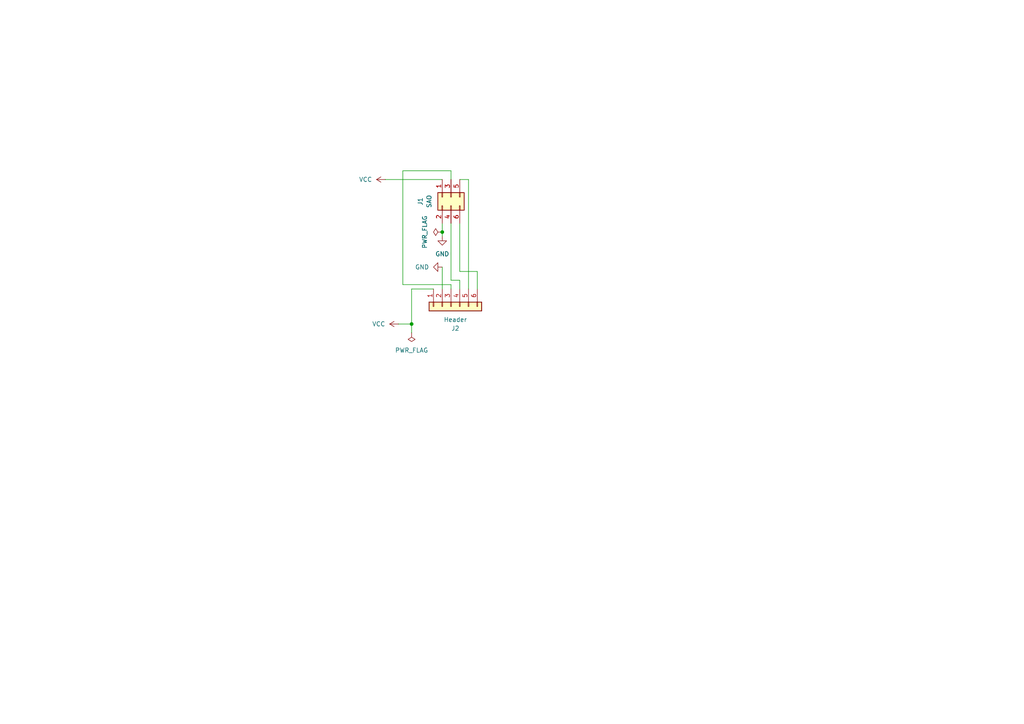
<source format=kicad_sch>
(kicad_sch (version 20231120) (generator "eeschema") (generator_version "8.0")
  (paper "A4")
  (title_block (title "SAO Breakout Board") (date "2024-10-10") (rev "0"))
  (lib_symbols
    (symbol "Connector_Generic:Conn_01x06" (pin_names (offset 1.016) hide)
      (property "Reference" "J" (at 0 7.62 0))
      (property "Value" "Conn_01x06" (at 0 -10.16 0))
      (symbol "Conn_01x06_1_1"
        (rectangle (start -1.27 -7.493) (end 0 -7.747) (stroke (width 0.1524)))
        (rectangle (start -1.27 -4.953) (end 0 -5.207) (stroke (width 0.1524)))
        (rectangle (start -1.27 -2.413) (end 0 -2.667) (stroke (width 0.1524)))
        (rectangle (start -1.27 0.127) (end 0 -0.127) (stroke (width 0.1524)))
        (rectangle (start -1.27 2.667) (end 0 2.413) (stroke (width 0.1524)))
        (rectangle (start -1.27 5.207) (end 0 4.953) (stroke (width 0.1524)))
        (rectangle (start -1.27 6.35) (end 1.27 -8.89) (stroke (width 0.254)) (fill (type background)))
        (pin passive line (at -5.08 5.08 0) (length 3.81) (name "Pin_1") (number "1"))
        (pin passive line (at -5.08 2.54 0) (length 3.81) (name "Pin_2") (number "2"))
        (pin passive line (at -5.08 0 0) (length 3.81) (name "Pin_3") (number "3"))
        (pin passive line (at -5.08 -2.54 0) (length 3.81) (name "Pin_4") (number "4"))
        (pin passive line (at -5.08 -5.08 0) (length 3.81) (name "Pin_5") (number "5"))
        (pin passive line (at -5.08 -7.62 0) (length 3.81) (name "Pin_6") (number "6"))
      )
    )
    (symbol "Connector_Generic:Conn_02x03_Odd_Even" (pin_names (offset 1.016) hide)
      (property "Reference" "J" (at 1.27 5.08 0))
      (property "Value" "Conn_02x03_Odd_Even" (at 1.27 -5.08 0))
      (symbol "Conn_02x03_Odd_Even_1_1"
        (rectangle (start -1.27 -2.413) (end 0 -2.667) (stroke (width 0.1524)))
        (rectangle (start -1.27 0.127) (end 0 -0.127) (stroke (width 0.1524)))
        (rectangle (start -1.27 2.667) (end 0 2.413) (stroke (width 0.1524)))
        (rectangle (start -1.27 3.81) (end 3.81 -3.81) (stroke (width 0.254)) (fill (type background)))
        (rectangle (start 3.81 -2.413) (end 2.54 -2.667) (stroke (width 0.1524)))
        (rectangle (start 3.81 0.127) (end 2.54 -0.127) (stroke (width 0.1524)))
        (rectangle (start 3.81 2.667) (end 2.54 2.413) (stroke (width 0.1524)))
        (pin passive line (at -5.08 2.54 0) (length 3.81) (name "Pin_1") (number "1"))
        (pin passive line (at 7.62 2.54 180) (length 3.81) (name "Pin_2") (number "2"))
        (pin passive line (at -5.08 0 0) (length 3.81) (name "Pin_3") (number "3"))
        (pin passive line (at 7.62 0 180) (length 3.81) (name "Pin_4") (number "4"))
        (pin passive line (at -5.08 -2.54 0) (length 3.81) (name "Pin_5") (number "5"))
        (pin passive line (at 7.62 -2.54 180) (length 3.81) (name "Pin_6") (number "6"))
      )
    )
    (symbol "power:GND" (power) (pin_numbers hide) (pin_names (offset 0) hide)
      (property "Value" "GND" (at 0 -3.81 0))
      (symbol "GND_0_1"
        (polyline (pts (xy 0 0) (xy 0 -1.27) (xy 1.27 -1.27) (xy 0 -2.54) (xy -1.27 -1.27) (xy 0 -1.27)))
      )
      (symbol "GND_1_1"
        (pin power_in line (at 0 0 270) (length 0) (name "~") (number "1"))
      )
    )
    (symbol "power:PWR_FLAG" (power) (pin_numbers hide) (pin_names (offset 0) hide)
      (property "Value" "PWR_FLAG" (at 0 3.81 0))
      (symbol "PWR_FLAG_0_0"
        (pin power_out line (at 0 0 90) (length 0) (name "~") (number "1"))
      )
      (symbol "PWR_FLAG_0_1"
        (polyline (pts (xy 0 0) (xy 0 1.27) (xy -1.016 1.905) (xy 0 2.54) (xy 1.016 1.905) (xy 0 1.27)))
      )
    )
    (symbol "power:VCC" (power) (pin_numbers hide) (pin_names (offset 0) hide)
      (property "Value" "VCC" (at 0 3.556 0))
      (symbol "VCC_0_1"
        (polyline (pts (xy -0.762 1.27) (xy 0 2.54)))
        (polyline (pts (xy 0 0) (xy 0 2.54)))
        (polyline (pts (xy 0 2.54) (xy 0.762 1.27)))
      )
      (symbol "VCC_1_1"
        (pin power_in line (at 0 0 90) (length 0) (name "~") (number "1"))
      )
    )
  )
  (junction (at 119.38 93.98))
  (junction (at 128.27 67.31))
  (wire (pts (xy 135.89 52.07) (xy 135.89 83.82)))
  (wire (pts (xy 133.35 78.74) (xy 138.43 78.74)))
  (wire (pts (xy 133.35 52.07) (xy 135.89 52.07)))
  (wire (pts (xy 115.57 93.98) (xy 119.38 93.98)))
  (wire (pts (xy 133.35 64.77) (xy 133.35 78.74)))
  (wire (pts (xy 116.84 82.55) (xy 130.81 82.55)))
  (wire (pts (xy 130.81 49.53) (xy 116.84 49.53)))
  (wire (pts (xy 138.43 78.74) (xy 138.43 83.82)))
  (wire (pts (xy 133.35 81.28) (xy 133.35 83.82)))
  (wire (pts (xy 116.84 49.53) (xy 116.84 82.55)))
  (wire (pts (xy 128.27 67.31) (xy 128.27 68.58)))
  (wire (pts (xy 111.76 52.07) (xy 128.27 52.07)))
  (wire (pts (xy 130.81 81.28) (xy 133.35 81.28)))
  (wire (pts (xy 119.38 93.98) (xy 119.38 96.52)))
  (wire (pts (xy 130.81 82.55) (xy 130.81 83.82)))
  (wire (pts (xy 128.27 77.47) (xy 128.27 83.82)))
  (wire (pts (xy 119.38 83.82) (xy 119.38 93.98)))
  (wire (pts (xy 128.27 64.77) (xy 128.27 67.31)))
  (wire (pts (xy 130.81 64.77) (xy 130.81 81.28)))
  (wire (pts (xy 119.38 83.82) (xy 125.73 83.82)))
  (wire (pts (xy 130.81 49.53) (xy 130.81 52.07)))
  (symbol (lib_id "power:GND") (at 128.27 77.47 270) (unit 1)
    (property "Reference" "#PWR01" (effects (hide yes)))
    (property "Value" "GND" (at 124.46 77.4699 90) (effects (justify right)))
    (property "Description" "Power symbol creates a global label with name \"GND\" , ground" (effects (hide yes)))
  )
  (symbol (lib_id "power:GND") (at 128.27 68.58 0) (unit 1)
    (property "Reference" "#PWR03" (effects (hide yes)))
    (property "Value" "GND" (at 128.27 73.66 0))
    (property "Description" "Power symbol creates a global label with name \"GND\" , ground" (effects (hide yes)))
  )
  (symbol (lib_id "power:PWR_FLAG") (at 128.27 67.31 90) (mirror x) (unit 1)
    (property "Reference" "#FLG01" (effects (hide yes)))
    (property "Value" "PWR_FLAG" (at 123.19 67.31 0))
    (property "Description" "Special symbol for telling ERC where power comes from" (effects (hide yes)))
  )
  (symbol (lib_id "Connector_Generic:Conn_01x06") (at 130.81 88.9 90) (mirror x) (unit 1)
    (property "Reference" "J2" (at 132.08 95.25 90))
    (property "Value" "Header" (at 132.08 92.71 90))
    (property "Footprint" "Connector_PinSocket_2.54mm:PinSocket_1x06_P2.54mm_Vertical" (effects (hide yes)))
    (property "Description" "Generic connector, single row, 01x06, script generated (kicad-library-utils/schlib/autogen/connector/)" (effects (hide yes)))
  )
  (symbol (lib_id "power:VCC") (at 111.76 52.07 90) (unit 1)
    (property "Reference" "#PWR04" (effects (hide yes)))
    (property "Value" "VCC" (at 107.95 52.0699 90) (effects (justify left)))
    (property "Description" "Power symbol creates a global label with name \"VCC\"" (effects (hide yes)))
  )
  (symbol (lib_id "power:PWR_FLAG") (at 119.38 96.52 0) (mirror x) (unit 1)
    (property "Reference" "#FLG02" (effects (hide yes)))
    (property "Value" "PWR_FLAG" (at 119.38 101.6 0))
    (property "Description" "Special symbol for telling ERC where power comes from" (effects (hide yes)))
  )
  (symbol (lib_id "Connector_Generic:Conn_02x03_Odd_Even") (at 130.81 57.15 90) (mirror x) (unit 1)
    (property "Reference" "J1" (at 121.92 58.42 0))
    (property "Value" "SAO" (at 124.46 58.42 0))
    (property "Footprint" "Connector_PinSocket_2.54mm:PinSocket_2x03_P2.54mm_Vertical" (effects (hide yes)))
    (property "Description" "Generic connector, double row, 02x03, odd/even pin numbering scheme (row 1 odd numbers, row 2 even numbers), script generated (kicad-library-utils/schlib/autogen/connector/)" (effects (hide yes)))
  )
  (symbol (lib_id "power:VCC") (at 115.57 93.98 90) (unit 1)
    (property "Reference" "#PWR02" (effects (hide yes)))
    (property "Value" "VCC" (at 111.76 93.9799 90) (effects (justify left)))
    (property "Description" "Power symbol creates a global label with name \"VCC\"" (effects (hide yes)))
  )
)
</source>
